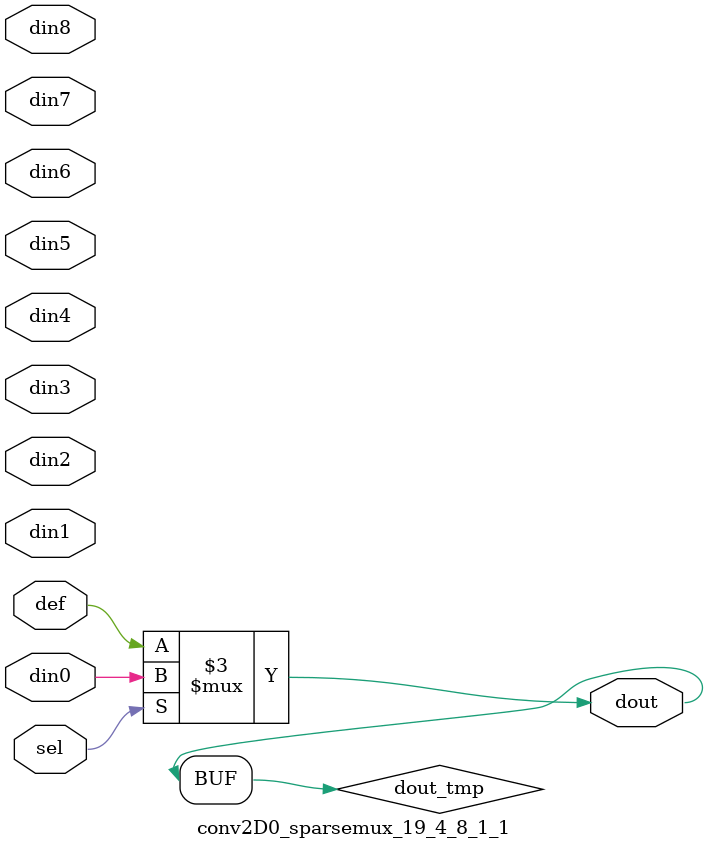
<source format=v>
`timescale 1ns / 1ps

module conv2D0_sparsemux_19_4_8_1_1 (din0,din1,din2,din3,din4,din5,din6,din7,din8,def,sel,dout);

parameter din0_WIDTH = 1;

parameter din1_WIDTH = 1;

parameter din2_WIDTH = 1;

parameter din3_WIDTH = 1;

parameter din4_WIDTH = 1;

parameter din5_WIDTH = 1;

parameter din6_WIDTH = 1;

parameter din7_WIDTH = 1;

parameter din8_WIDTH = 1;

parameter def_WIDTH = 1;
parameter sel_WIDTH = 1;
parameter dout_WIDTH = 1;

parameter [sel_WIDTH-1:0] CASE0 = 1;

parameter [sel_WIDTH-1:0] CASE1 = 1;

parameter [sel_WIDTH-1:0] CASE2 = 1;

parameter [sel_WIDTH-1:0] CASE3 = 1;

parameter [sel_WIDTH-1:0] CASE4 = 1;

parameter [sel_WIDTH-1:0] CASE5 = 1;

parameter [sel_WIDTH-1:0] CASE6 = 1;

parameter [sel_WIDTH-1:0] CASE7 = 1;

parameter [sel_WIDTH-1:0] CASE8 = 1;

parameter ID = 1;
parameter NUM_STAGE = 1;



input [din0_WIDTH-1:0] din0;

input [din1_WIDTH-1:0] din1;

input [din2_WIDTH-1:0] din2;

input [din3_WIDTH-1:0] din3;

input [din4_WIDTH-1:0] din4;

input [din5_WIDTH-1:0] din5;

input [din6_WIDTH-1:0] din6;

input [din7_WIDTH-1:0] din7;

input [din8_WIDTH-1:0] din8;

input [def_WIDTH-1:0] def;
input [sel_WIDTH-1:0] sel;

output [dout_WIDTH-1:0] dout;



reg [dout_WIDTH-1:0] dout_tmp;

always @ (*) begin
case (sel)
    
    CASE0 : dout_tmp = din0;
    
    CASE1 : dout_tmp = din1;
    
    CASE2 : dout_tmp = din2;
    
    CASE3 : dout_tmp = din3;
    
    CASE4 : dout_tmp = din4;
    
    CASE5 : dout_tmp = din5;
    
    CASE6 : dout_tmp = din6;
    
    CASE7 : dout_tmp = din7;
    
    CASE8 : dout_tmp = din8;
    
    default : dout_tmp = def;
endcase
end


assign dout = dout_tmp;



endmodule

</source>
